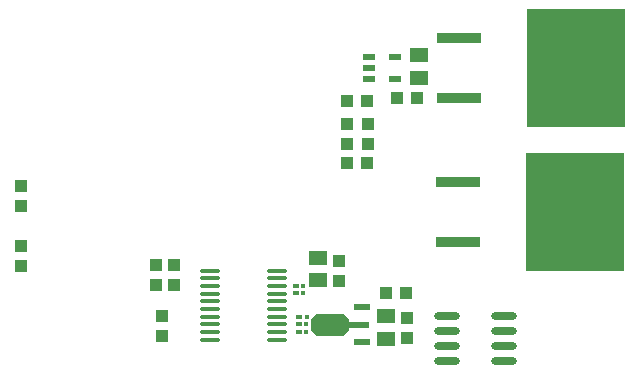
<source format=gtp>
G04*
G04 #@! TF.GenerationSoftware,Altium Limited,Altium Designer,24.5.2 (23)*
G04*
G04 Layer_Color=8421504*
%FSLAX25Y25*%
%MOIN*%
G70*
G04*
G04 #@! TF.SameCoordinates,CB4C24F7-EE71-4198-96C3-8168C5EFC23F*
G04*
G04*
G04 #@! TF.FilePolarity,Positive*
G04*
G01*
G75*
%ADD15R,0.01411X0.01533*%
%ADD16R,0.01971X0.01541*%
%ADD17R,0.01952X0.01533*%
%ADD18R,0.03937X0.04331*%
%ADD19R,0.33071X0.39764*%
%ADD20R,0.15158X0.03740*%
%ADD21R,0.04331X0.03937*%
%ADD22R,0.03937X0.02362*%
%ADD23O,0.07087X0.01378*%
%ADD24O,0.08661X0.02362*%
%ADD25R,0.05512X0.02362*%
%ADD26R,0.07087X0.02362*%
G04:AMPARAMS|DCode=27|XSize=74.8mil|YSize=125.98mil|CornerRadius=0mil|HoleSize=0mil|Usage=FLASHONLY|Rotation=270.000|XOffset=0mil|YOffset=0mil|HoleType=Round|Shape=Octagon|*
%AMOCTAGOND27*
4,1,8,0.06299,0.01870,0.06299,-0.01870,0.04429,-0.03740,-0.04429,-0.03740,-0.06299,-0.01870,-0.06299,0.01870,-0.04429,0.03740,0.04429,0.03740,0.06299,0.01870,0.0*
%
%ADD27OCTAGOND27*%

%ADD28R,0.05906X0.05118*%
D15*
X104051Y15026D02*
D03*
X104092Y17560D02*
D03*
X104120Y20137D02*
D03*
X103011Y27853D02*
D03*
X103014Y30463D02*
D03*
D16*
X101507Y15044D02*
D03*
X101545Y17571D02*
D03*
X101568Y20169D02*
D03*
X100492Y27857D02*
D03*
D17*
X100522Y30443D02*
D03*
D18*
X60000Y37347D02*
D03*
Y30654D02*
D03*
X54000Y30654D02*
D03*
Y37346D02*
D03*
X56000Y13654D02*
D03*
Y20346D02*
D03*
X9000Y57153D02*
D03*
Y63846D02*
D03*
Y43846D02*
D03*
Y37154D02*
D03*
X137500Y13153D02*
D03*
Y19846D02*
D03*
X117500Y77807D02*
D03*
Y84500D02*
D03*
X124500Y77807D02*
D03*
Y84500D02*
D03*
X115000Y32153D02*
D03*
Y38846D02*
D03*
D19*
X193673Y55000D02*
D03*
X194000Y103000D02*
D03*
D20*
X154500Y45000D02*
D03*
Y65000D02*
D03*
X154827Y113000D02*
D03*
Y93000D02*
D03*
D21*
X134153D02*
D03*
X137346Y28000D02*
D03*
X130654D02*
D03*
X140847Y93000D02*
D03*
X117654Y71500D02*
D03*
X124346D02*
D03*
X117654Y92000D02*
D03*
X124346D02*
D03*
D22*
X125000Y103000D02*
D03*
X133662Y106740D02*
D03*
Y99259D02*
D03*
X125000Y106739D02*
D03*
Y99260D02*
D03*
D23*
X94221Y20161D02*
D03*
Y15043D02*
D03*
Y17602D02*
D03*
Y27839D02*
D03*
Y30398D02*
D03*
Y12484D02*
D03*
Y22720D02*
D03*
Y25280D02*
D03*
Y32957D02*
D03*
Y35516D02*
D03*
X71780Y12484D02*
D03*
Y15043D02*
D03*
Y17602D02*
D03*
Y20161D02*
D03*
Y22720D02*
D03*
Y25280D02*
D03*
Y27839D02*
D03*
Y30398D02*
D03*
Y32957D02*
D03*
Y35516D02*
D03*
D24*
X151000Y20500D02*
D03*
Y15500D02*
D03*
Y10500D02*
D03*
Y5500D02*
D03*
X169898Y20500D02*
D03*
Y15500D02*
D03*
Y10500D02*
D03*
Y5500D02*
D03*
D25*
X122480Y11594D02*
D03*
Y23405D02*
D03*
D26*
X121693Y17500D02*
D03*
D27*
X111850D02*
D03*
D28*
X141500Y107240D02*
D03*
Y99760D02*
D03*
X130500Y12760D02*
D03*
Y20240D02*
D03*
X108000Y32260D02*
D03*
Y39740D02*
D03*
M02*

</source>
